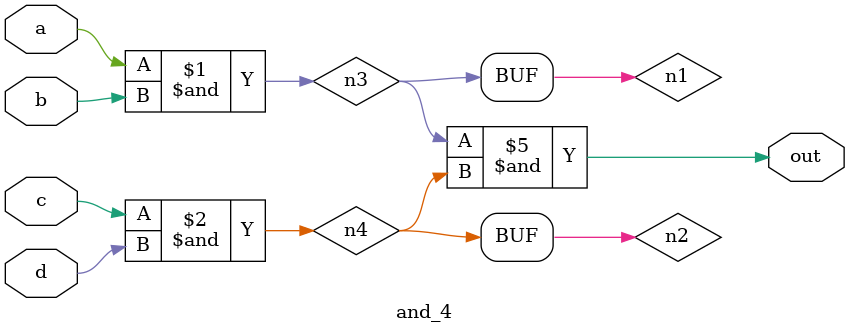
<source format=v>
module and_4 (out, a, b, c, d);

    input a, b, c, d;
    output out;

    wire n1, n2, n3, n4, n5;
    
    and and1 (n1, a, b);
    and and2 (n2, c, d);
    and and3 (n3, n1, n1);
    and and4 (n4, n2, n2);
    and and5 (out, n3, n4);

endmodule
</source>
